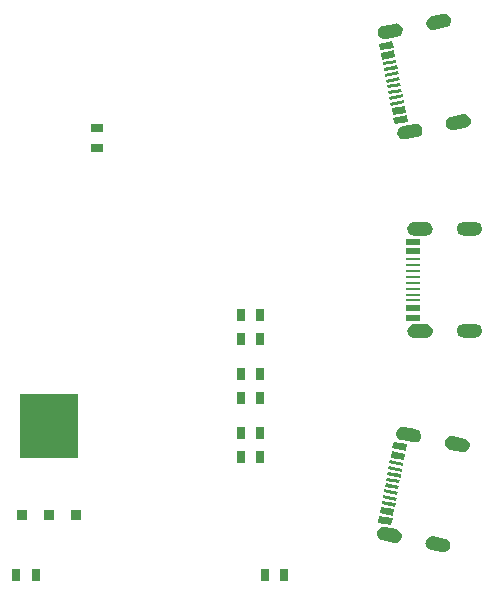
<source format=gbr>
G04 EAGLE Gerber RS-274X export*
G75*
%MOMM*%
%FSLAX34Y34*%
%LPD*%
%INSolderpaste Top*%
%IPPOS*%
%AMOC8*
5,1,8,0,0,1.08239X$1,22.5*%
G01*
G04 Define Apertures*
%ADD10R,0.575000X1.150000*%
%ADD11R,0.275000X1.150000*%
%ADD12R,1.150000X0.575000*%
%ADD13R,1.150000X0.275000*%
%ADD14R,0.798700X0.973900*%
%ADD15R,0.973900X0.798700*%
%ADD16R,0.909000X0.908000*%
%ADD17R,4.923800X5.505400*%
G36*
X914985Y128811D02*
X915360Y127616D01*
X915464Y126311D01*
X915276Y125016D01*
X914803Y123795D01*
X914071Y122709D01*
X913116Y121814D01*
X911985Y121154D01*
X910777Y120774D01*
X901219Y118916D01*
X899956Y118815D01*
X898661Y119004D01*
X897440Y119476D01*
X896354Y120208D01*
X895459Y121164D01*
X894799Y122294D01*
X894407Y123544D01*
X894307Y124792D01*
X894487Y126031D01*
X894939Y127199D01*
X895639Y128238D01*
X896553Y129094D01*
X897635Y129726D01*
X898788Y130088D01*
X908846Y132043D01*
X910051Y132139D01*
X911291Y131959D01*
X912459Y131507D01*
X913497Y130807D01*
X914353Y129893D01*
X914985Y128811D01*
G37*
G36*
X898165Y-216662D02*
X898065Y-217910D01*
X897673Y-219159D01*
X897013Y-220290D01*
X896118Y-221245D01*
X895032Y-221977D01*
X893811Y-222449D01*
X892515Y-222638D01*
X891253Y-222537D01*
X881695Y-220679D01*
X880487Y-220300D01*
X879356Y-219640D01*
X878401Y-218744D01*
X877668Y-217659D01*
X877196Y-216438D01*
X877008Y-215142D01*
X877112Y-213837D01*
X877487Y-212642D01*
X878119Y-211561D01*
X878975Y-210647D01*
X880013Y-209947D01*
X881181Y-209495D01*
X882421Y-209314D01*
X883626Y-209411D01*
X893684Y-211366D01*
X894837Y-211728D01*
X895919Y-212360D01*
X896833Y-213216D01*
X897533Y-214254D01*
X897985Y-215422D01*
X898165Y-216662D01*
G37*
G36*
X939205Y-224510D02*
X939105Y-225758D01*
X938713Y-227007D01*
X938052Y-228138D01*
X937157Y-229093D01*
X936072Y-229825D01*
X934851Y-230297D01*
X933555Y-230486D01*
X932293Y-230385D01*
X922734Y-228527D01*
X921526Y-228148D01*
X920396Y-227488D01*
X919440Y-226592D01*
X918708Y-225507D01*
X918236Y-224286D01*
X918047Y-222990D01*
X918151Y-221685D01*
X918527Y-220490D01*
X919158Y-219409D01*
X920015Y-218495D01*
X921053Y-217794D01*
X922221Y-217343D01*
X923460Y-217162D01*
X924666Y-217259D01*
X934723Y-219214D01*
X935877Y-219576D01*
X936958Y-220207D01*
X937872Y-221064D01*
X938573Y-222102D01*
X939024Y-223270D01*
X939205Y-224510D01*
G37*
G36*
X955976Y136909D02*
X956351Y135714D01*
X956455Y134409D01*
X956267Y133113D01*
X955795Y131892D01*
X955062Y130806D01*
X954107Y129911D01*
X952976Y129251D01*
X951768Y128872D01*
X942210Y127014D01*
X940948Y126913D01*
X939652Y127101D01*
X938431Y127574D01*
X937345Y128306D01*
X936450Y129261D01*
X935790Y130392D01*
X935398Y131641D01*
X935298Y132889D01*
X935478Y134129D01*
X935930Y135297D01*
X936630Y136335D01*
X937544Y137191D01*
X938626Y137823D01*
X939779Y138185D01*
X949837Y140140D01*
X951042Y140236D01*
X952282Y140056D01*
X953450Y139604D01*
X954488Y138904D01*
X955344Y137990D01*
X955976Y136909D01*
G37*
G36*
X898358Y213685D02*
X898733Y212490D01*
X898837Y211185D01*
X898648Y209890D01*
X898176Y208668D01*
X897444Y207583D01*
X896489Y206688D01*
X895358Y206027D01*
X894150Y205648D01*
X884591Y203790D01*
X883329Y203689D01*
X882034Y203878D01*
X880813Y204350D01*
X879727Y205082D01*
X878832Y206038D01*
X878172Y207168D01*
X877779Y208417D01*
X877680Y209666D01*
X877860Y210905D01*
X878312Y212073D01*
X879012Y213111D01*
X879926Y213968D01*
X881007Y214599D01*
X882161Y214962D01*
X892219Y216917D01*
X893424Y217013D01*
X894663Y216832D01*
X895831Y216381D01*
X896870Y215680D01*
X897726Y214767D01*
X898358Y213685D01*
G37*
G36*
X923975Y44552D02*
X924116Y43307D01*
X923969Y42006D01*
X923537Y40770D01*
X922840Y39662D01*
X921914Y38736D01*
X920806Y38039D01*
X919570Y37607D01*
X918312Y37465D01*
X908574Y37465D01*
X907316Y37607D01*
X906080Y38039D01*
X904971Y38736D01*
X904046Y39662D01*
X903349Y40770D01*
X902917Y42006D01*
X902770Y43307D01*
X902910Y44552D01*
X903324Y45734D01*
X903990Y46794D01*
X904876Y47680D01*
X905936Y48346D01*
X907118Y48760D01*
X908320Y48895D01*
X918566Y48895D01*
X919767Y48760D01*
X920950Y48346D01*
X922010Y47680D01*
X922896Y46794D01*
X923562Y45734D01*
X923975Y44552D01*
G37*
G36*
X924102Y-41936D02*
X924243Y-43180D01*
X924096Y-44481D01*
X923664Y-45717D01*
X922967Y-46825D01*
X922041Y-47751D01*
X920933Y-48448D01*
X919697Y-48880D01*
X918439Y-49022D01*
X908701Y-49022D01*
X907443Y-48880D01*
X906207Y-48448D01*
X905098Y-47751D01*
X904173Y-46825D01*
X903476Y-45717D01*
X903044Y-44481D01*
X902897Y-43180D01*
X903037Y-41936D01*
X903451Y-40753D01*
X904117Y-39693D01*
X905003Y-38807D01*
X906063Y-38141D01*
X907245Y-37727D01*
X908447Y-37592D01*
X918693Y-37592D01*
X919894Y-37727D01*
X921077Y-38141D01*
X922137Y-38807D01*
X923023Y-39693D01*
X923689Y-40753D01*
X924102Y-41936D01*
G37*
G36*
X965885Y-41809D02*
X966026Y-43053D01*
X965879Y-44354D01*
X965447Y-45590D01*
X964750Y-46698D01*
X963824Y-47624D01*
X962716Y-48321D01*
X961480Y-48753D01*
X960222Y-48895D01*
X950484Y-48895D01*
X949226Y-48753D01*
X947990Y-48321D01*
X946881Y-47624D01*
X945956Y-46698D01*
X945259Y-45590D01*
X944827Y-44354D01*
X944680Y-43053D01*
X944820Y-41809D01*
X945234Y-40626D01*
X945900Y-39566D01*
X946786Y-38680D01*
X947846Y-38014D01*
X949028Y-37600D01*
X950230Y-37465D01*
X960476Y-37465D01*
X961677Y-37600D01*
X962860Y-38014D01*
X963920Y-38680D01*
X964806Y-39566D01*
X965472Y-40626D01*
X965885Y-41809D01*
G37*
G36*
X965885Y44552D02*
X966026Y43307D01*
X965879Y42006D01*
X965447Y40770D01*
X964750Y39662D01*
X963824Y38736D01*
X962716Y38039D01*
X961480Y37607D01*
X960222Y37465D01*
X950484Y37465D01*
X949226Y37607D01*
X947990Y38039D01*
X946881Y38736D01*
X945956Y39662D01*
X945259Y40770D01*
X944827Y42006D01*
X944680Y43307D01*
X944820Y44552D01*
X945234Y45734D01*
X945900Y46794D01*
X946786Y47680D01*
X947846Y48346D01*
X949028Y48760D01*
X950230Y48895D01*
X960476Y48895D01*
X961677Y48760D01*
X962860Y48346D01*
X963920Y47680D01*
X964806Y46794D01*
X965472Y45734D01*
X965885Y44552D01*
G37*
G36*
X939498Y221682D02*
X939873Y220487D01*
X939977Y219182D01*
X939788Y217886D01*
X939316Y216665D01*
X938584Y215580D01*
X937629Y214684D01*
X936498Y214024D01*
X935290Y213645D01*
X925731Y211787D01*
X924469Y211686D01*
X923174Y211875D01*
X921953Y212347D01*
X920867Y213079D01*
X919972Y214034D01*
X919312Y215165D01*
X918919Y216414D01*
X918820Y217662D01*
X919000Y218902D01*
X919452Y220070D01*
X920152Y221108D01*
X921066Y221965D01*
X922147Y222596D01*
X923301Y222958D01*
X933359Y224913D01*
X934564Y225010D01*
X935803Y224829D01*
X936971Y224378D01*
X938010Y223677D01*
X938866Y222763D01*
X939498Y221682D01*
G37*
G36*
X914543Y-131739D02*
X914443Y-132988D01*
X914051Y-134237D01*
X913391Y-135368D01*
X912495Y-136323D01*
X911410Y-137055D01*
X910189Y-137527D01*
X908893Y-137716D01*
X907631Y-137615D01*
X898072Y-135757D01*
X896864Y-135378D01*
X895734Y-134717D01*
X894778Y-133822D01*
X894046Y-132737D01*
X893574Y-131516D01*
X893385Y-130220D01*
X893490Y-128915D01*
X893865Y-127720D01*
X894496Y-126638D01*
X895353Y-125725D01*
X896391Y-125024D01*
X897559Y-124573D01*
X898799Y-124392D01*
X900004Y-124489D01*
X910061Y-126443D01*
X911215Y-126806D01*
X912297Y-127437D01*
X913210Y-128294D01*
X913911Y-129332D01*
X914363Y-130500D01*
X914543Y-131739D01*
G37*
G36*
X955683Y-139736D02*
X955583Y-140985D01*
X955191Y-142234D01*
X954531Y-143364D01*
X953635Y-144320D01*
X952550Y-145052D01*
X951329Y-145524D01*
X950033Y-145713D01*
X948771Y-145612D01*
X939212Y-143754D01*
X938004Y-143375D01*
X936874Y-142714D01*
X935918Y-141819D01*
X935186Y-140734D01*
X934714Y-139512D01*
X934525Y-138217D01*
X934630Y-136912D01*
X935005Y-135717D01*
X935636Y-134635D01*
X936493Y-133722D01*
X937531Y-133021D01*
X938699Y-132569D01*
X939939Y-132389D01*
X941144Y-132485D01*
X951201Y-134440D01*
X952355Y-134803D01*
X953437Y-135434D01*
X954350Y-136291D01*
X955051Y-137329D01*
X955502Y-138497D01*
X955683Y-139736D01*
G37*
D10*
G36*
X902218Y139380D02*
X903315Y133736D01*
X892028Y131542D01*
X890931Y137186D01*
X902218Y139380D01*
G37*
G36*
X900692Y147233D02*
X901789Y141589D01*
X890502Y139395D01*
X889405Y145039D01*
X900692Y147233D01*
G37*
D11*
G36*
X898784Y157049D02*
X899309Y154351D01*
X888022Y152157D01*
X887497Y154855D01*
X898784Y157049D01*
G37*
G36*
X896875Y166865D02*
X897400Y164167D01*
X886113Y161973D01*
X885588Y164671D01*
X896875Y166865D01*
G37*
G36*
X895921Y171773D02*
X896446Y169075D01*
X885159Y166881D01*
X884634Y169579D01*
X895921Y171773D01*
G37*
G36*
X894013Y181589D02*
X894538Y178891D01*
X883251Y176697D01*
X882726Y179395D01*
X894013Y181589D01*
G37*
D10*
G36*
X890007Y202204D02*
X891104Y196560D01*
X879817Y194366D01*
X878720Y200010D01*
X890007Y202204D01*
G37*
G36*
X891533Y194351D02*
X892630Y188707D01*
X881343Y186513D01*
X880246Y192157D01*
X891533Y194351D01*
G37*
D11*
G36*
X893059Y186497D02*
X893584Y183799D01*
X882297Y181605D01*
X881772Y184303D01*
X893059Y186497D01*
G37*
G36*
X894967Y176681D02*
X895492Y173983D01*
X884205Y171789D01*
X883680Y174487D01*
X894967Y176681D01*
G37*
G36*
X897830Y161957D02*
X898355Y159259D01*
X887068Y157065D01*
X886543Y159763D01*
X897830Y161957D01*
G37*
G36*
X899738Y152140D02*
X900263Y149442D01*
X888976Y147248D01*
X888451Y149946D01*
X899738Y152140D01*
G37*
D12*
X907838Y-32000D03*
X907838Y-24000D03*
D13*
X907838Y-12500D03*
X907838Y-2500D03*
X907838Y2500D03*
X907838Y12500D03*
D12*
X907838Y32000D03*
X907838Y24000D03*
D13*
X907838Y17500D03*
X907838Y7500D03*
X907838Y-7500D03*
X907838Y-17500D03*
D10*
G36*
X890287Y-202080D02*
X889190Y-207724D01*
X877903Y-205530D01*
X879000Y-199886D01*
X890287Y-202080D01*
G37*
G36*
X891814Y-194227D02*
X890717Y-199871D01*
X879430Y-197677D01*
X880527Y-192033D01*
X891814Y-194227D01*
G37*
D11*
G36*
X893722Y-184412D02*
X893197Y-187110D01*
X881910Y-184916D01*
X882435Y-182218D01*
X893722Y-184412D01*
G37*
G36*
X895630Y-174595D02*
X895105Y-177293D01*
X883818Y-175099D01*
X884343Y-172401D01*
X895630Y-174595D01*
G37*
G36*
X896584Y-169687D02*
X896059Y-172385D01*
X884772Y-170191D01*
X885297Y-167493D01*
X896584Y-169687D01*
G37*
G36*
X898492Y-159871D02*
X897967Y-162569D01*
X886680Y-160375D01*
X887205Y-157677D01*
X898492Y-159871D01*
G37*
D10*
G36*
X902499Y-139256D02*
X901402Y-144900D01*
X890115Y-142706D01*
X891212Y-137062D01*
X902499Y-139256D01*
G37*
G36*
X900972Y-147109D02*
X899875Y-152753D01*
X888588Y-150559D01*
X889685Y-144915D01*
X900972Y-147109D01*
G37*
D11*
G36*
X899446Y-154963D02*
X898921Y-157661D01*
X887634Y-155467D01*
X888159Y-152769D01*
X899446Y-154963D01*
G37*
G36*
X897538Y-164779D02*
X897013Y-167477D01*
X885726Y-165283D01*
X886251Y-162585D01*
X897538Y-164779D01*
G37*
G36*
X894676Y-179503D02*
X894151Y-182201D01*
X882864Y-180007D01*
X883389Y-177309D01*
X894676Y-179503D01*
G37*
G36*
X892768Y-189320D02*
X892243Y-192018D01*
X880956Y-189824D01*
X881481Y-187126D01*
X892768Y-189320D01*
G37*
D14*
X571848Y-250000D03*
X588152Y-250000D03*
D15*
X640000Y111848D03*
X640000Y128152D03*
D16*
X576341Y-198835D03*
X599455Y-198835D03*
X622569Y-198835D03*
D17*
X599455Y-124016D03*
D14*
X798152Y-250000D03*
X781848Y-250000D03*
X778152Y-30000D03*
X761848Y-30000D03*
X778152Y-50000D03*
X761848Y-50000D03*
X778152Y-80000D03*
X761848Y-80000D03*
X778152Y-100000D03*
X761848Y-100000D03*
X778152Y-130000D03*
X761848Y-130000D03*
X778152Y-150000D03*
X761848Y-150000D03*
M02*

</source>
